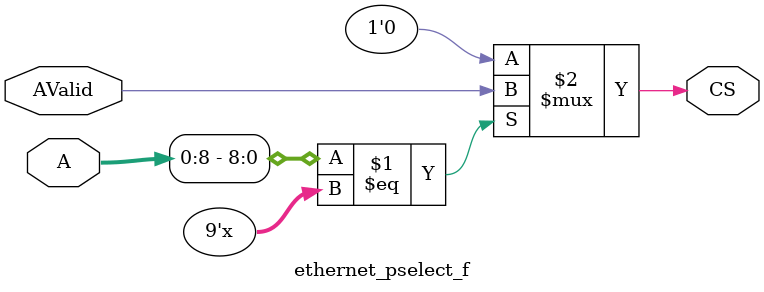
<source format=v>
module ethernet_pselect_f ( A, AValid, CS) ;

parameter C_AB  = 9;
parameter C_AW  = 32;
parameter [0:C_AW - 1] C_BAR =  'bz;
parameter C_FAMILY  = "nofamily";
input[0:C_AW-1] A; 
input AValid; 
output CS; 
wire CS;
parameter [0:C_AB-1]BAR = C_BAR[0:C_AB-1];

//----------------------------------------------------------------------------
// Build a behavioral decoder
//----------------------------------------------------------------------------
generate
if (C_AB > 0) begin : XST_WA
assign CS = (A[0:C_AB - 1] == BAR[0:C_AB - 1]) ? AValid : 1'b0 ;
end
endgenerate

generate
if (C_AB == 0) begin : PASS_ON_GEN
assign CS = AValid ;
end
endgenerate
endmodule

</source>
